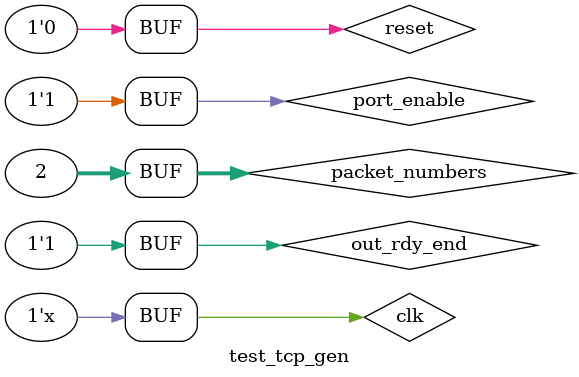
<source format=v>
`timescale 1ns / 1ps


module test_tcp_gen;

	// Inputs
	reg out_rdy_end;
	reg [31:0] IP_dest_begin;
	reg [31:0] IP_dest_end;
	reg [31:0] IP_source;
	reg [47:0] Mac_dest;
	reg [47:0] Mac_source;
	reg [15:0] port_dest_begin;
	reg [15:0] port_dest_end;
	reg [15:0] port_source;
	reg [31:0] packet_numbers;
	reg port_enable;
	reg clk;
	reg reset;

	// Outputs
	wire [63:0] out_data_end;
	wire [7:0] out_ctrl_end;
	wire out_wr_end;
	wire out_reply_end;

	// Instantiate the Unit Under Test (UUT)
	TCP_SYN_GEN_main uut (
		.out_data_end(out_data_end), 
		.out_ctrl_end(out_ctrl_end), 
		.out_wr_end(out_wr_end), 
		.out_rdy_end(out_rdy_end), 
		.out_reply_end(out_reply_end), 
//		.IP_dest_begin(IP_dest_begin), 
//		.IP_dest_end(IP_dest_end), 
//		.IP_source(IP_source), 
//		.Mac_dest(Mac_dest), 
//		.Mac_source(Mac_source), 
//		.port_dest_begin(port_dest_begin), 
//		.port_dest_end(port_dest_end), 
//		.port_source(port_source), 
		.packet_numbers(packet_numbers), 
		.port_enable(port_enable), 
		.clk(clk), 
		.reset(reset)
	);

	initial begin
		// Initialize Inputs
		out_rdy_end = 0;
		packet_numbers = 0;
		port_enable = 0;
		clk = 0;
		reset = 0;
		#5
		reset = 1;
		#5
		reset = 0;
		port_enable = 1;
		packet_numbers = 2;
		#200
		out_rdy_end = 1;
		
		
		// Wait 100 ns for global reset to finish
		#300
		port_enable = 0;
		#20 
		port_enable = 1;
        
		// Add stimulus here

	end
      always #5 clk  = ~clk;
endmodule


</source>
